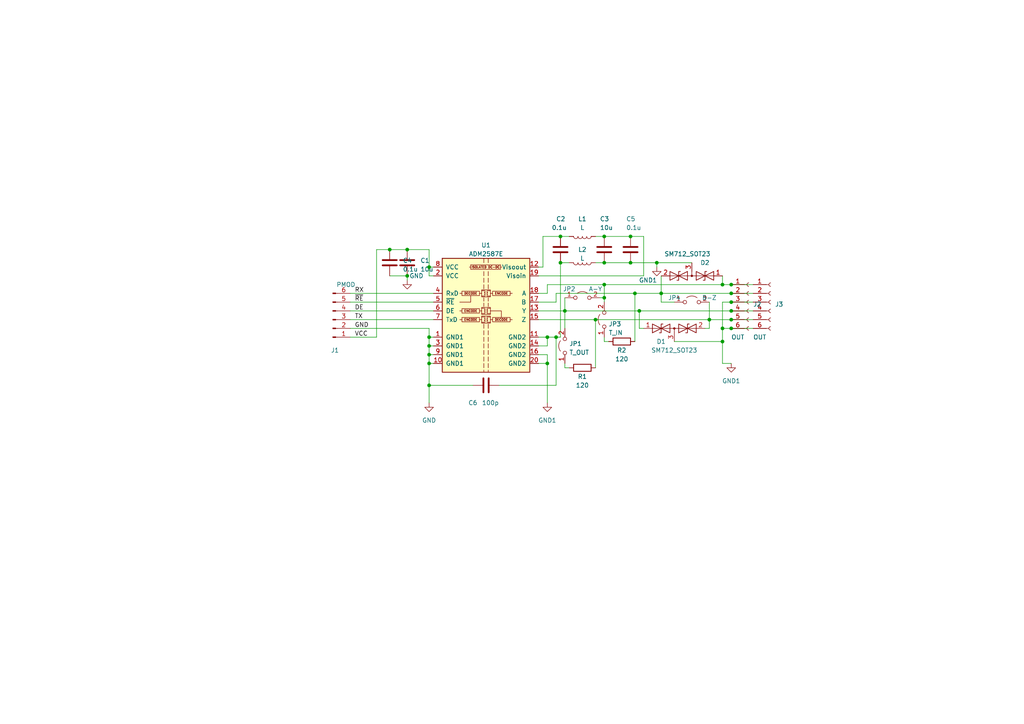
<source format=kicad_sch>
(kicad_sch (version 20220103) (generator eeschema)
  (paper "A4")
  (lib_symbols
    (symbol "Connector:Conn_01x06_Female" (pin_names (offset 1.016) hide)
      (property "Reference" "J" (at 0 7.62 0))
      (property "Value" "Conn_01x06_Female" (at 0 -10.16 0))
      (symbol "Conn_01x06_Female_1_1"
        (arc (start 0 -7.112) (mid -0.508 -7.62) (end 0 -8.128) (stroke (width 0.1524)))
        (arc (start 0 -4.572) (mid -0.508 -5.08) (end 0 -5.588) (stroke (width 0.1524)))
        (arc (start 0 -2.032) (mid -0.508 -2.54) (end 0 -3.048) (stroke (width 0.1524)))
        (polyline (pts (xy -1.27 -7.62) (xy -0.508 -7.62)) (stroke (width 0.1524)))
        (polyline (pts (xy -1.27 -5.08) (xy -0.508 -5.08)) (stroke (width 0.1524)))
        (polyline (pts (xy -1.27 -2.54) (xy -0.508 -2.54)) (stroke (width 0.1524)))
        (polyline (pts (xy -1.27 0) (xy -0.508 0)) (stroke (width 0.1524)))
        (polyline (pts (xy -1.27 2.54) (xy -0.508 2.54)) (stroke (width 0.1524)))
        (polyline (pts (xy -1.27 5.08) (xy -0.508 5.08)) (stroke (width 0.1524)))
        (arc (start 0 0.508) (mid -0.508 0) (end 0 -0.508) (stroke (width 0.1524)))
        (arc (start 0 3.048) (mid -0.508 2.54) (end 0 2.032) (stroke (width 0.1524)))
        (arc (start 0 5.588) (mid -0.508 5.08) (end 0 4.572) (stroke (width 0.1524)))
        (pin passive line (at -5.08 5.08 0) (length 3.81) (name "Pin_1") (number "1"))
        (pin passive line (at -5.08 2.54 0) (length 3.81) (name "Pin_2") (number "2"))
        (pin passive line (at -5.08 0 0) (length 3.81) (name "Pin_3") (number "3"))
        (pin passive line (at -5.08 -2.54 0) (length 3.81) (name "Pin_4") (number "4"))
        (pin passive line (at -5.08 -5.08 0) (length 3.81) (name "Pin_5") (number "5"))
        (pin passive line (at -5.08 -7.62 0) (length 3.81) (name "Pin_6") (number "6"))
      )
    )
    (symbol "Connector:Conn_01x06_Male" (pin_names (offset 1.016) hide)
      (property "Reference" "J" (at 0 7.62 0))
      (property "Value" "Conn_01x06_Male" (at 0 -10.16 0))
      (symbol "Conn_01x06_Male_1_1"
        (polyline (pts (xy 1.27 -7.62) (xy 0.8636 -7.62)) (stroke (width 0.1524)))
        (polyline (pts (xy 1.27 -5.08) (xy 0.8636 -5.08)) (stroke (width 0.1524)))
        (polyline (pts (xy 1.27 -2.54) (xy 0.8636 -2.54)) (stroke (width 0.1524)))
        (polyline (pts (xy 1.27 0) (xy 0.8636 0)) (stroke (width 0.1524)))
        (polyline (pts (xy 1.27 2.54) (xy 0.8636 2.54)) (stroke (width 0.1524)))
        (polyline (pts (xy 1.27 5.08) (xy 0.8636 5.08)) (stroke (width 0.1524)))
        (rectangle (start 0.8636 -7.493) (end 0 -7.747) (stroke (width 0.1524)) (fill (type outline)))
        (rectangle (start 0.8636 -4.953) (end 0 -5.207) (stroke (width 0.1524)) (fill (type outline)))
        (rectangle (start 0.8636 -2.413) (end 0 -2.667) (stroke (width 0.1524)) (fill (type outline)))
        (rectangle (start 0.8636 0.127) (end 0 -0.127) (stroke (width 0.1524)) (fill (type outline)))
        (rectangle (start 0.8636 2.667) (end 0 2.413) (stroke (width 0.1524)) (fill (type outline)))
        (rectangle (start 0.8636 5.207) (end 0 4.953) (stroke (width 0.1524)) (fill (type outline)))
        (pin passive line (at 5.08 5.08 180) (length 3.81) (name "Pin_1") (number "1"))
        (pin passive line (at 5.08 2.54 180) (length 3.81) (name "Pin_2") (number "2"))
        (pin passive line (at 5.08 0 180) (length 3.81) (name "Pin_3") (number "3"))
        (pin passive line (at 5.08 -2.54 180) (length 3.81) (name "Pin_4") (number "4"))
        (pin passive line (at 5.08 -5.08 180) (length 3.81) (name "Pin_5") (number "5"))
        (pin passive line (at 5.08 -7.62 180) (length 3.81) (name "Pin_6") (number "6"))
      )
    )
    (symbol "Device:C" (pin_numbers hide) (pin_names (offset 0.254))
      (property "Reference" "C" (at 0.635 2.54 0))
      (property "Value" "C" (at 0.635 -2.54 0))
      (symbol "C_0_1"
        (polyline (pts (xy -2.032 -0.762) (xy 2.032 -0.762)) (stroke (width 0.508)))
        (polyline (pts (xy -2.032 0.762) (xy 2.032 0.762)) (stroke (width 0.508)))
      )
      (symbol "C_1_1"
        (pin passive line (at 0 3.81 270) (length 2.794) (name "~") (number "1"))
        (pin passive line (at 0 -3.81 90) (length 2.794) (name "~") (number "2"))
      )
    )
    (symbol "Device:L" (pin_numbers hide) (pin_names (offset 1.016) hide)
      (property "Reference" "L" (at -1.27 0 90))
      (property "Value" "L" (at 1.905 0 90))
      (symbol "L_0_1"
        (arc (start 0 -2.54) (mid 0.635 -1.905) (end 0 -1.27))
        (arc (start 0 -1.27) (mid 0.635 -0.635) (end 0 0))
        (arc (start 0 0) (mid 0.635 0.635) (end 0 1.27))
        (arc (start 0 1.27) (mid 0.635 1.905) (end 0 2.54))
      )
      (symbol "L_1_1"
        (pin passive line (at 0 3.81 270) (length 1.27) (name "1") (number "1"))
        (pin passive line (at 0 -3.81 90) (length 1.27) (name "2") (number "2"))
      )
    )
    (symbol "Device:R" (pin_numbers hide) (pin_names (offset 0))
      (property "Reference" "R" (at 2.032 0 90))
      (property "Value" "R" (at 0 0 90))
      (symbol "R_0_1"
        (rectangle (start -1.016 -2.54) (end 1.016 2.54) (stroke (width 0.254)))
      )
      (symbol "R_1_1"
        (pin passive line (at 0 3.81 270) (length 1.27) (name "~") (number "1"))
        (pin passive line (at 0 -3.81 90) (length 1.27) (name "~") (number "2"))
      )
    )
    (symbol "Diode:SM712_SOT23" (pin_names (offset 1.016) hide)
      (property "Reference" "D" (at 0 4.445 0))
      (property "Value" "SM712_SOT23" (at 0 2.54 0))
      (symbol "SM712_SOT23_0_0"
        (polyline (pts (xy 0 -1.27) (xy 0 0)))
      )
      (symbol "SM712_SOT23_0_1"
        (polyline (pts (xy -6.35 0) (xy 6.35 0)))
        (polyline (pts (xy -3.302 1.27) (xy -3.81 1.27) (xy -3.81 -1.27) (xy -4.318 -1.27)) (stroke (width 0.2032)))
        (polyline (pts (xy 4.318 1.27) (xy 3.81 1.27) (xy 3.81 -1.27) (xy 3.302 -1.27)) (stroke (width 0.2032)))
        (polyline (pts (xy -6.35 -1.27) (xy -1.27 1.27) (xy -1.27 -1.27) (xy -6.35 1.27) (xy -6.35 -1.27)) (stroke (width 0.2032)))
        (polyline (pts (xy 1.27 -1.27) (xy 1.27 1.27) (xy 6.35 -1.27) (xy 6.35 1.27) (xy 1.27 -1.27)) (stroke (width 0.2032)))
        (circle (center 0 0) (radius 0.254) (fill (type outline)))
      )
      (symbol "SM712_SOT23_1_1"
        (pin passive line (at -8.89 0 0) (length 2.54) (name "A1") (number "1"))
        (pin passive line (at 8.89 0 180) (length 2.54) (name "A2") (number "2"))
        (pin input line (at 0 -3.81 90) (length 2.54) (name "common") (number "3"))
      )
    )
    (symbol "Interface_UART:ADM2587E" (pin_names (offset 1.016))
      (property "Reference" "U" (at 0 21.59 0))
      (property "Value" "ADM2587E" (at 0 19.05 0))
      (symbol "ADM2587E_0_0"
        (rectangle (start -1.905 0.635) (end -6.985 -0.635))
        (rectangle (start -1.27 1.016) (end 1.27 -1.016))
        (rectangle (start -1.27 3.556) (end 1.27 1.524))
        (rectangle (start -1.27 8.636) (end 1.27 6.604))
        (arc (start -0.508 -0.762) (mid -0.254 -0.508) (end -0.508 -0.254))
        (arc (start -0.508 -0.254) (mid -0.254 0) (end -0.508 0.254))
        (arc (start -0.508 0.254) (mid -0.254 0.508) (end -0.508 0.762))
        (arc (start -0.508 1.778) (mid -0.254 2.032) (end -0.508 2.286))
        (arc (start -0.508 2.286) (mid -0.254 2.54) (end -0.508 2.794))
        (arc (start -0.508 2.794) (mid -0.254 3.048) (end -0.508 3.302))
        (arc (start -0.508 6.858) (mid -0.254 7.112) (end -0.508 7.366))
        (arc (start -0.508 7.366) (mid -0.254 7.62) (end -0.508 7.874))
        (arc (start -0.508 7.874) (mid -0.254 8.128) (end -0.508 8.382))
        (polyline (pts (xy -6.985 0) (xy -7.62 0)))
        (polyline (pts (xy -6.985 2.54) (xy -7.62 2.54)))
        (polyline (pts (xy -6.985 7.62) (xy -7.62 7.62)))
        (polyline (pts (xy -4.445 14.605) (xy 4.191 14.605)))
        (polyline (pts (xy -4.445 15.24) (xy -4.826 15.24)))
        (polyline (pts (xy -4.445 15.875) (xy -4.445 14.605)))
        (polyline (pts (xy -1.905 0) (xy -1.27 0)))
        (polyline (pts (xy -1.905 2.54) (xy -1.27 2.54)))
        (polyline (pts (xy -1.905 7.62) (xy -1.27 7.62)))
        (polyline (pts (xy -1.27 -0.762) (xy -0.508 -0.762)))
        (polyline (pts (xy -1.27 0.762) (xy -0.508 0.762)))
        (polyline (pts (xy -1.27 1.778) (xy -0.508 1.778)))
        (polyline (pts (xy -1.27 3.302) (xy -0.508 3.302)))
        (polyline (pts (xy -1.27 6.858) (xy -0.508 6.858)))
        (polyline (pts (xy -1.27 8.382) (xy -0.508 8.382)))
        (polyline (pts (xy -0.635 -14.605) (xy -0.635 -15.24)))
        (polyline (pts (xy -0.635 -12.7) (xy -0.635 -13.97)))
        (polyline (pts (xy -0.635 -10.795) (xy -0.635 -12.065)))
        (polyline (pts (xy -0.635 -8.89) (xy -0.635 -10.16)))
        (polyline (pts (xy -0.635 -6.985) (xy -0.635 -8.255)))
        (polyline (pts (xy -0.635 -5.08) (xy -0.635 -6.35)))
        (polyline (pts (xy -0.635 -3.175) (xy -0.635 -4.445)))
        (polyline (pts (xy -0.635 -1.27) (xy -0.635 -2.54)))
        (polyline (pts (xy -0.635 4.826) (xy -0.635 3.81)))
        (polyline (pts (xy -0.635 6.35) (xy -0.635 5.334)))
        (polyline (pts (xy -0.635 8.89) (xy -0.635 10.16)))
        (polyline (pts (xy -0.635 10.795) (xy -0.635 12.065)))
        (polyline (pts (xy -0.635 12.7) (xy -0.635 13.97)))
        (polyline (pts (xy -0.635 17.78) (xy -0.635 16.51)))
        (polyline (pts (xy 0.635 -14.605) (xy 0.635 -15.24)))
        (polyline (pts (xy 0.635 -12.7) (xy 0.635 -13.97)))
        (polyline (pts (xy 0.635 -10.795) (xy 0.635 -12.065)))
        (polyline (pts (xy 0.635 -8.89) (xy 0.635 -10.16)))
        (polyline (pts (xy 0.635 -6.985) (xy 0.635 -8.255)))
        (polyline (pts (xy 0.635 -5.08) (xy 0.635 -6.35)))
        (polyline (pts (xy 0.635 -3.175) (xy 0.635 -4.445)))
        (polyline (pts (xy 0.635 -1.27) (xy 0.635 -2.54)))
        (polyline (pts (xy 0.635 3.81) (xy 0.635 4.826)))
        (polyline (pts (xy 0.635 6.35) (xy 0.635 5.334)))
        (polyline (pts (xy 0.635 8.89) (xy 0.635 10.16)))
        (polyline (pts (xy 0.635 12.065) (xy 0.635 10.795)))
        (polyline (pts (xy 0.635 13.97) (xy 0.635 12.7)))
        (polyline (pts (xy 0.635 17.78) (xy 0.635 16.51)))
        (polyline (pts (xy 1.27 -0.762) (xy 0.508 -0.762)))
        (polyline (pts (xy 1.27 0.762) (xy 0.508 0.762)))
        (polyline (pts (xy 1.27 1.778) (xy 0.508 1.778)))
        (polyline (pts (xy 1.27 3.302) (xy 0.508 3.302)))
        (polyline (pts (xy 1.27 6.858) (xy 0.508 6.858)))
        (polyline (pts (xy 1.27 8.382) (xy 0.508 8.382)))
        (polyline (pts (xy 1.905 0) (xy 1.27 0)))
        (polyline (pts (xy 1.905 7.62) (xy 1.27 7.62)))
        (polyline (pts (xy 4.191 15.24) (xy 4.572 15.24)))
        (polyline (pts (xy 4.191 15.875) (xy -4.445 15.875)))
        (polyline (pts (xy 4.191 15.875) (xy 4.191 14.605)))
        (polyline (pts (xy 6.985 0) (xy 7.62 0)))
        (polyline (pts (xy 6.985 7.62) (xy 7.62 7.62)))
        (arc (start 0.508 -0.254) (mid 0.254 -0.508) (end 0.508 -0.762))
        (arc (start 0.508 0.254) (mid 0.254 0) (end 0.508 -0.254))
        (arc (start 0.508 0.762) (mid 0.254 0.508) (end 0.508 0.254))
        (arc (start 0.508 2.286) (mid 0.254 2.032) (end 0.508 1.778))
        (arc (start 0.508 2.794) (mid 0.254 2.54) (end 0.508 2.286))
        (arc (start 0.508 3.302) (mid 0.254 3.048) (end 0.508 2.794))
        (arc (start 0.508 7.366) (mid 0.254 7.112) (end 0.508 6.858))
        (arc (start 0.508 7.874) (mid 0.254 7.62) (end 0.508 7.366))
        (arc (start 0.508 8.382) (mid 0.254 8.128) (end 0.508 7.874))
        (rectangle (start 1.905 0.635) (end 6.985 -0.635))
        (rectangle (start 1.905 8.255) (end 6.985 6.985))
        (text "DECODE" (at -4.445 7.62 0) (effects (font (size 0.635 0.635))))
        (text "DECODE" (at 4.445 0 0) (effects (font (size 0.635 0.635))))
        (text "ENCODE" (at -4.445 0 0) (effects (font (size 0.635 0.635))))
        (text "ENCODE" (at -4.445 2.54 0) (effects (font (size 0.635 0.635))))
        (text "ENCODE" (at 4.445 7.62 0) (effects (font (size 0.635 0.635))))
        (text "ISOLATED DC-DC" (at -0.127 15.24 0) (effects (font (size 0.635 0.635))))
      )
      (symbol "ADM2587E_0_1"
        (rectangle (start -12.7 17.78) (end 12.7 -15.24) (stroke (width 0.254)) (fill (type background)))
        (rectangle (start -1.905 3.175) (end -6.985 1.905))
        (rectangle (start -1.905 8.255) (end -6.985 6.985))
        (polyline (pts (xy -7.62 5.08) (xy -4.445 5.08) (xy -4.445 6.985)))
        (polyline (pts (xy 1.27 2.54) (xy 4.445 2.54) (xy 4.445 0.635)))
      )
      (symbol "ADM2587E_1_1"
        (pin power_in line (at -15.24 -5.08 0) (length 2.54) (name "GND1") (number "1"))
        (pin power_in line (at -15.24 -12.7 0) (length 2.54) (name "GND1") (number "10"))
        (pin power_in line (at 15.24 -5.08 180) (length 2.54) (name "GND2") (number "11"))
        (pin power_out line (at 15.24 15.24 180) (length 2.54) (name "Visoout") (number "12"))
        (pin output line (at 15.24 2.54 180) (length 2.54) (name "Y") (number "13"))
        (pin power_in line (at 15.24 -7.62 180) (length 2.54) (name "GND2") (number "14"))
        (pin output line (at 15.24 0 180) (length 2.54) (name "Z") (number "15"))
        (pin power_in line (at 15.24 -10.16 180) (length 2.54) (name "GND2") (number "16"))
        (pin input line (at 15.24 5.08 180) (length 2.54) (name "B") (number "17"))
        (pin input line (at 15.24 7.62 180) (length 2.54) (name "A") (number "18"))
        (pin power_in line (at 15.24 12.7 180) (length 2.54) (name "Visoin") (number "19"))
        (pin power_in line (at -15.24 12.7 0) (length 2.54) (name "VCC") (number "2"))
        (pin power_in line (at 15.24 -12.7 180) (length 2.54) (name "GND2") (number "20"))
        (pin power_in line (at -15.24 -7.62 0) (length 2.54) (name "GND1") (number "3"))
        (pin output line (at -15.24 7.62 0) (length 2.54) (name "RxD") (number "4"))
        (pin input line (at -15.24 5.08 0) (length 2.54) (name "~{RE}") (number "5"))
        (pin input line (at -15.24 2.54 0) (length 2.54) (name "DE") (number "6"))
        (pin input line (at -15.24 0 0) (length 2.54) (name "TxD") (number "7"))
        (pin power_in line (at -15.24 15.24 0) (length 2.54) (name "VCC") (number "8"))
        (pin power_in line (at -15.24 -10.16 0) (length 2.54) (name "GND1") (number "9"))
      )
    )
    (symbol "Jumper:Jumper_2_Open" (pin_names (offset 0) hide)
      (property "Reference" "JP" (at 0 2.794 0))
      (property "Value" "Jumper_2_Open" (at 0 -2.286 0))
      (symbol "Jumper_2_Open_0_0"
        (circle (center -2.032 0) (radius 0.508))
        (circle (center 2.032 0) (radius 0.508))
      )
      (symbol "Jumper_2_Open_0_1"
        (arc (start 1.524 1.27) (mid 0 1.778) (end -1.524 1.27))
      )
      (symbol "Jumper_2_Open_1_1"
        (pin passive line (at -5.08 0 0) (length 2.54) (name "A") (number "1"))
        (pin passive line (at 5.08 0 180) (length 2.54) (name "B") (number "2"))
      )
    )
    (symbol "power:GND" (power) (pin_names (offset 0))
      (property "Value" "GND" (at 0 -3.81 0))
      (symbol "GND_0_1"
        (polyline (pts (xy 0 0) (xy 0 -1.27) (xy 1.27 -1.27) (xy 0 -2.54) (xy -1.27 -1.27) (xy 0 -1.27)))
      )
      (symbol "GND_1_1"
        (pin power_in line (at 0 0 270) (length 0) hide (name "GND") (number "1"))
      )
    )
    (symbol "power:GND1" (power) (pin_names (offset 0))
      (property "Value" "GND1" (at 0 -3.81 0))
      (symbol "GND1_0_1"
        (polyline (pts (xy 0 0) (xy 0 -1.27) (xy 1.27 -1.27) (xy 0 -2.54) (xy -1.27 -1.27) (xy 0 -1.27)))
      )
      (symbol "GND1_1_1"
        (pin power_in line (at 0 0 270) (length 0) hide (name "GND1") (number "1"))
      )
    )
  )
  (junction (at 190.5 76.2))
  (junction (at 175.26 82.55))
  (junction (at 172.72 92.71))
  (junction (at 113.03 72.39))
  (junction (at 185.42 90.17))
  (junction (at 212.09 85.09))
  (junction (at 191.77 85.09))
  (junction (at 163.83 90.17))
  (junction (at 205.74 92.71))
  (junction (at 118.11 72.39))
  (junction (at 209.55 99.06))
  (junction (at 162.56 68.58))
  (junction (at 175.26 76.2))
  (junction (at 212.09 87.63))
  (junction (at 212.09 90.17))
  (junction (at 161.29 97.79))
  (junction (at 124.46 111.76))
  (junction (at 182.88 68.58))
  (junction (at 212.09 82.55))
  (junction (at 175.26 68.58))
  (junction (at 175.26 86.36))
  (junction (at 158.75 105.41))
  (junction (at 124.46 102.87))
  (junction (at 212.09 95.25))
  (junction (at 182.88 76.2))
  (junction (at 162.56 76.2))
  (junction (at 212.09 92.71))
  (junction (at 209.55 95.25))
  (junction (at 158.75 97.79))
  (junction (at 124.46 77.47))
  (junction (at 118.11 80.01))
  (junction (at 124.46 100.33))
  (junction (at 124.46 105.41))
  (junction (at 209.55 82.55))
  (junction (at 124.46 97.79))
  (junction (at 184.15 85.09))
  (wire (pts (xy 163.83 86.36) (xy 163.83 90.17)))
  (wire (pts (xy 182.88 68.58) (xy 186.69 68.58)))
  (wire (pts (xy 190.5 76.2) (xy 190.5 77.47)))
  (wire (pts (xy 209.55 105.41) (xy 212.09 105.41)))
  (wire (pts (xy 209.55 80.01) (xy 209.55 82.55)))
  (wire (pts (xy 172.72 92.71) (xy 205.74 92.71)))
  (wire (pts (xy 205.74 87.63) (xy 205.74 92.71)))
  (wire (pts (xy 175.26 76.2) (xy 182.88 76.2)))
  (wire (pts (xy 158.75 97.79) (xy 158.75 100.33)))
  (wire (pts (xy 175.26 99.06) (xy 176.53 99.06)))
  (wire (pts (xy 162.56 68.58) (xy 165.1 68.58)))
  (wire (pts (xy 124.46 80.01) (xy 124.46 77.47)))
  (wire (pts (xy 158.75 102.87) (xy 158.75 105.41)))
  (wire (pts (xy 158.75 105.41) (xy 158.75 116.84)))
  (wire (pts (xy 124.46 102.87) (xy 125.73 102.87)))
  (wire (pts (xy 182.88 76.2) (xy 190.5 76.2)))
  (wire (pts (xy 175.26 97.79) (xy 175.26 99.06)))
  (wire (pts (xy 156.21 100.33) (xy 158.75 100.33)))
  (wire (pts (xy 172.72 92.71) (xy 172.72 106.68)))
  (wire (pts (xy 118.11 80.01) (xy 118.11 81.28)))
  (wire (pts (xy 191.77 85.09) (xy 191.77 87.63)))
  (wire (pts (xy 162.56 97.79) (xy 161.29 97.79)))
  (wire (pts (xy 186.69 80.01) (xy 156.21 80.01)))
  (wire (pts (xy 101.6 90.17) (xy 125.73 90.17)))
  (wire (pts (xy 124.46 97.79) (xy 124.46 100.33)))
  (wire (pts (xy 186.69 68.58) (xy 186.69 80.01)))
  (wire (pts (xy 162.56 76.2) (xy 162.56 97.79)))
  (wire (pts (xy 172.72 76.2) (xy 175.26 76.2)))
  (wire (pts (xy 109.22 97.79) (xy 109.22 72.39)))
  (wire (pts (xy 156.21 102.87) (xy 158.75 102.87)))
  (wire (pts (xy 190.5 76.2) (xy 200.66 76.2)))
  (wire (pts (xy 184.15 85.09) (xy 191.77 85.09)))
  (wire (pts (xy 212.09 95.25) (xy 218.44 95.25)))
  (wire (pts (xy 161.29 87.63) (xy 161.29 85.09)))
  (wire (pts (xy 158.75 82.55) (xy 158.75 85.09)))
  (wire (pts (xy 156.21 77.47) (xy 157.48 77.47)))
  (wire (pts (xy 156.21 105.41) (xy 158.75 105.41)))
  (wire (pts (xy 124.46 105.41) (xy 125.73 105.41)))
  (wire (pts (xy 113.03 72.39) (xy 118.11 72.39)))
  (wire (pts (xy 212.09 87.63) (xy 218.44 87.63)))
  (wire (pts (xy 162.56 76.2) (xy 165.1 76.2)))
  (wire (pts (xy 163.83 105.41) (xy 163.83 106.68)))
  (wire (pts (xy 156.21 87.63) (xy 161.29 87.63)))
  (wire (pts (xy 124.46 77.47) (xy 124.46 72.39)))
  (wire (pts (xy 175.26 86.36) (xy 175.26 87.63)))
  (wire (pts (xy 209.55 82.55) (xy 212.09 82.55)))
  (wire (pts (xy 212.09 85.09) (xy 218.44 85.09)))
  (wire (pts (xy 172.72 68.58) (xy 175.26 68.58)))
  (wire (pts (xy 157.48 68.58) (xy 162.56 68.58)))
  (wire (pts (xy 195.58 99.06) (xy 209.55 99.06)))
  (wire (pts (xy 212.09 92.71) (xy 218.44 92.71)))
  (wire (pts (xy 161.29 97.79) (xy 158.75 97.79)))
  (wire (pts (xy 158.75 82.55) (xy 175.26 82.55)))
  (wire (pts (xy 124.46 100.33) (xy 124.46 102.87)))
  (wire (pts (xy 175.26 82.55) (xy 209.55 82.55)))
  (wire (pts (xy 163.83 90.17) (xy 185.42 90.17)))
  (wire (pts (xy 205.74 95.25) (xy 205.74 92.71)))
  (wire (pts (xy 124.46 102.87) (xy 124.46 105.41)))
  (wire (pts (xy 125.73 97.79) (xy 124.46 97.79)))
  (wire (pts (xy 156.21 92.71) (xy 172.72 92.71)))
  (wire (pts (xy 185.42 95.25) (xy 185.42 90.17)))
  (wire (pts (xy 186.69 95.25) (xy 185.42 95.25)))
  (wire (pts (xy 175.26 82.55) (xy 175.26 86.36)))
  (wire (pts (xy 124.46 77.47) (xy 125.73 77.47)))
  (wire (pts (xy 124.46 105.41) (xy 124.46 111.76)))
  (wire (pts (xy 161.29 111.76) (xy 144.78 111.76)))
  (wire (pts (xy 156.21 90.17) (xy 163.83 90.17)))
  (wire (pts (xy 209.55 99.06) (xy 209.55 105.41)))
  (wire (pts (xy 191.77 80.01) (xy 191.77 85.09)))
  (wire (pts (xy 184.15 85.09) (xy 184.15 99.06)))
  (wire (pts (xy 101.6 87.63) (xy 125.73 87.63)))
  (wire (pts (xy 163.83 106.68) (xy 165.1 106.68)))
  (wire (pts (xy 212.09 87.63) (xy 209.55 87.63)))
  (wire (pts (xy 205.74 92.71) (xy 212.09 92.71)))
  (wire (pts (xy 212.09 82.55) (xy 218.44 82.55)))
  (wire (pts (xy 191.77 85.09) (xy 212.09 85.09)))
  (wire (pts (xy 157.48 77.47) (xy 157.48 68.58)))
  (wire (pts (xy 204.47 95.25) (xy 205.74 95.25)))
  (wire (pts (xy 209.55 95.25) (xy 212.09 95.25)))
  (wire (pts (xy 124.46 100.33) (xy 125.73 100.33)))
  (wire (pts (xy 124.46 111.76) (xy 124.46 116.84)))
  (wire (pts (xy 209.55 87.63) (xy 209.55 95.25)))
  (wire (pts (xy 163.83 90.17) (xy 163.83 95.25)))
  (wire (pts (xy 101.6 85.09) (xy 125.73 85.09)))
  (wire (pts (xy 101.6 92.71) (xy 125.73 92.71)))
  (wire (pts (xy 101.6 97.79) (xy 109.22 97.79)))
  (wire (pts (xy 124.46 72.39) (xy 118.11 72.39)))
  (wire (pts (xy 124.46 95.25) (xy 124.46 97.79)))
  (wire (pts (xy 125.73 80.01) (xy 124.46 80.01)))
  (wire (pts (xy 173.99 86.36) (xy 175.26 86.36)))
  (wire (pts (xy 161.29 85.09) (xy 184.15 85.09)))
  (wire (pts (xy 124.46 111.76) (xy 137.16 111.76)))
  (wire (pts (xy 101.6 95.25) (xy 124.46 95.25)))
  (wire (pts (xy 185.42 90.17) (xy 212.09 90.17)))
  (wire (pts (xy 191.77 87.63) (xy 195.58 87.63)))
  (wire (pts (xy 158.75 85.09) (xy 156.21 85.09)))
  (wire (pts (xy 175.26 68.58) (xy 182.88 68.58)))
  (wire (pts (xy 209.55 95.25) (xy 209.55 99.06)))
  (wire (pts (xy 113.03 80.01) (xy 118.11 80.01)))
  (wire (pts (xy 161.29 97.79) (xy 161.29 111.76)))
  (wire (pts (xy 156.21 97.79) (xy 158.75 97.79)))
  (wire (pts (xy 109.22 72.39) (xy 113.03 72.39)))
  (wire (pts (xy 212.09 90.17) (xy 218.44 90.17)))
  (label "VCC" (at 102.87 97.79 0))
  (label "TX" (at 102.87 92.71 0))
  (label "GND" (at 102.87 95.25 0))
  (label "RX" (at 102.87 85.09 0))
  (label "~{RE}" (at 102.87 87.63 0))
  (label "DE" (at 102.87 90.17 0))
  (symbol (lib_id "Device:L") (at 168.91 68.58 270) (unit 1)
    (property "Reference" "L1" (at 168.91 63.5 90))
    (property "Value" "L" (at 168.91 66.04 90))
    (property "Footprint" "Inductor_SMD:L_0603_1608Metric_Pad1.05x0.95mm_HandSolder" (effects hide))
  )
  (symbol (lib_id "Jumper:Jumper_2_Open") (at 168.91 86.36 0) (unit 1)
    (property "Reference" "JP2" (at 165.1 83.82 0))
    (property "Value" "A-Y" (at 172.72 83.82 0))
    (property "Footprint" "Connector_PinHeader_2.54mm:PinHeader_1x02_P2.54mm_Vertical" (effects hide))
  )
  (symbol (lib_id "Jumper:Jumper_2_Open") (at 163.83 100.33 90) (unit 1)
    (property "Reference" "JP1" (at 165.1 99.695 90) (effects (justify right)))
    (property "Value" "T_OUT" (at 165.1 102.235 90) (effects (justify right)))
    (property "Footprint" "Connector_PinHeader_2.54mm:PinHeader_1x02_P2.54mm_Vertical" (effects hide))
  )
  (symbol (lib_id "Jumper:Jumper_2_Open") (at 175.26 92.71 90) (unit 1)
    (property "Reference" "JP3" (at 176.53 93.98 90) (effects (justify right)))
    (property "Value" "T_IN" (at 176.53 96.52 90) (effects (justify right)))
    (property "Footprint" "Connector_PinHeader_2.54mm:PinHeader_1x02_P2.54mm_Vertical" (effects hide))
  )
  (symbol (lib_id "Diode:SM712_SOT23") (at 195.58 95.25 0) (unit 1)
    (property "Reference" "D1" (at 191.77 99.06 0))
    (property "Value" "SM712_SOT23" (at 195.58 101.6 0))
    (property "Footprint" "Package_TO_SOT_SMD:SOT-23" (effects hide))
    (property "Datasheet" "https://www.littelfuse.com/~/media/electronics/datasheets/tvs_diode_arrays/littelfuse_tvs_diode_array_sm712_datasheet.pdf.pdf" (effects hide))
  )
  (symbol (lib_id "Diode:SM712_SOT23") (at 200.66 80.01 180) (unit 1)
    (property "Reference" "D2" (at 204.47 76.2 0))
    (property "Value" "SM712_SOT23" (at 199.39 73.66 0))
    (property "Footprint" "Package_TO_SOT_SMD:SOT-23" (effects hide))
    (property "Datasheet" "https://www.littelfuse.com/~/media/electronics/datasheets/tvs_diode_arrays/littelfuse_tvs_diode_array_sm712_datasheet.pdf.pdf" (effects hide))
  )
  (symbol (lib_id "power:GND1") (at 212.09 105.41 0) (unit 1)
    (property "Reference" "#PWR05" (effects hide))
    (property "Value" "GND1" (at 212.09 110.49 0))
  )
  (symbol (lib_id "Device:C") (at 162.56 72.39 0) (unit 1)
    (property "Reference" "C2" (at 161.29 63.5 0) (effects (justify left)))
    (property "Value" "0.1u" (at 160.02 66.04 0) (effects (justify left)))
    (property "Footprint" "Capacitor_SMD:C_0603_1608Metric_Pad1.08x0.95mm_HandSolder" (effects hide))
  )
  (symbol (lib_id "power:GND1") (at 158.75 116.84 0) (unit 1)
    (property "Reference" "#PWR03" (effects hide))
    (property "Value" "GND1" (at 158.75 121.92 0))
  )
  (symbol (lib_id "Connector:Conn_01x06_Female") (at 223.52 87.63 0) (unit 1)
    (property "Reference" "J3" (at 224.79 88.265 0) (effects (justify left)))
    (property "Value" "OUT" (at 218.44 97.79 0) (effects (justify left)))
    (property "Footprint" "Connector_PinHeader_2.54mm:PinHeader_1x06_P2.54mm_Vertical" (effects hide))
  )
  (symbol (lib_id "Device:L") (at 168.91 76.2 270) (unit 1)
    (property "Reference" "L2" (at 168.91 72.39 90))
    (property "Value" "L" (at 168.91 74.93 90))
    (property "Footprint" "Inductor_SMD:L_0603_1608Metric_Pad1.05x0.95mm_HandSolder" (effects hide))
  )
  (symbol (lib_id "power:GND") (at 118.11 81.28 0) (unit 1)
    (property "Reference" "#PWR01" (effects hide))
    (property "Value" "GND" (at 118.745 80.01 0) (effects (justify left)))
  )
  (symbol (lib_id "Connector:Conn_01x06_Male") (at 96.52 92.71 0) (mirror x) (unit 1)
    (property "Reference" "J1" (at 97.155 101.6 0))
    (property "Value" "PMOD" (at 100.33 82.55 0))
    (property "Footprint" "Connector_PinHeader_2.54mm:PinHeader_1x06_P2.54mm_Horizontal" (effects hide))
  )
  (symbol (lib_id "Connector:Conn_01x06_Female") (at 217.17 87.63 0) (unit 1)
    (property "Reference" "J2" (at 218.44 88.265 0) (effects (justify left)))
    (property "Value" "OUT" (at 212.09 97.79 0) (effects (justify left)))
    (property "Footprint" "Connector_PinHeader_2.54mm:PinHeader_1x06_P2.54mm_Vertical" (effects hide))
  )
  (symbol (lib_id "Device:C") (at 113.03 76.2 0) (unit 1)
    (property "Reference" "C4" (at 116.84 75.565 0) (effects (justify left)))
    (property "Value" "0.1u" (at 116.84 78.105 0) (effects (justify left)))
    (property "Footprint" "Capacitor_SMD:C_0603_1608Metric_Pad1.08x0.95mm_HandSolder" (effects hide))
  )
  (symbol (lib_id "Device:C") (at 118.11 76.2 180) (unit 1)
    (property "Reference" "C1" (at 121.92 75.565 0) (effects (justify right)))
    (property "Value" "10u" (at 121.92 78.105 0) (effects (justify right)))
    (property "Footprint" "Capacitor_SMD:C_0603_1608Metric_Pad1.08x0.95mm_HandSolder" (effects hide))
  )
  (symbol (lib_id "power:GND1") (at 190.5 77.47 0) (unit 1)
    (property "Reference" "#PWR04" (effects hide))
    (property "Value" "GND1" (at 187.96 81.28 0))
  )
  (symbol (lib_id "Device:R") (at 168.91 106.68 90) (unit 1)
    (property "Reference" "R1" (at 168.91 109.22 90))
    (property "Value" "120" (at 168.91 111.76 90))
    (property "Footprint" "Resistor_SMD:R_0603_1608Metric_Pad0.98x0.95mm_HandSolder" (effects hide))
  )
  (symbol (lib_id "Jumper:Jumper_2_Open") (at 200.66 87.63 0) (unit 1)
    (property "Reference" "JP4" (at 195.58 86.36 0))
    (property "Value" "B-Z" (at 205.74 86.36 0))
    (property "Footprint" "Connector_PinHeader_2.54mm:PinHeader_1x02_P2.54mm_Vertical" (effects hide))
  )
  (symbol (lib_id "Device:C") (at 140.97 111.76 90) (unit 1)
    (property "Reference" "C6" (at 137.16 116.84 90))
    (property "Value" "100p" (at 142.24 116.84 90))
    (property "Footprint" "Capacitor_SMD:C_1812_4532Metric_Pad1.57x3.40mm_HandSolder" (effects hide))
  )
  (symbol (lib_id "power:GND") (at 124.46 116.84 0) (unit 1)
    (property "Reference" "#PWR02" (effects hide))
    (property "Value" "GND" (at 124.46 121.92 0))
  )
  (symbol (lib_id "Device:R") (at 180.34 99.06 90) (unit 1)
    (property "Reference" "R2" (at 180.34 101.6 90))
    (property "Value" "120" (at 180.34 104.14 90))
    (property "Footprint" "Resistor_SMD:R_0603_1608Metric_Pad0.98x0.95mm_HandSolder" (effects hide))
  )
  (symbol (lib_id "Interface_UART:ADM2587E") (at 140.97 92.71 0) (unit 1)
    (property "Reference" "U1" (at 140.97 71.12 0))
    (property "Value" "ADM2587E" (at 140.97 73.66 0))
    (property "Footprint" "Package_SO:SOIC-20W_7.5x12.8mm_P1.27mm" (effects hide))
    (property "Datasheet" "www.analog.com/media/en/technical-documentation/data-sheets/ADM2582E_2587E.pdf" (effects hide))
  )
  (symbol (lib_id "Device:C") (at 175.26 72.39 0) (unit 1)
    (property "Reference" "C3" (at 173.99 63.5 0) (effects (justify left)))
    (property "Value" "10u" (at 173.99 66.04 0) (effects (justify left)))
    (property "Footprint" "Capacitor_SMD:C_0603_1608Metric_Pad1.08x0.95mm_HandSolder" (effects hide))
  )
  (symbol (lib_id "Device:C") (at 182.88 72.39 0) (unit 1)
    (property "Reference" "C5" (at 181.61 63.5 0) (effects (justify left)))
    (property "Value" "0.1u" (at 181.61 66.04 0) (effects (justify left)))
    (property "Footprint" "Capacitor_SMD:C_0603_1608Metric_Pad1.08x0.95mm_HandSolder" (effects hide))
  )
)
</source>
